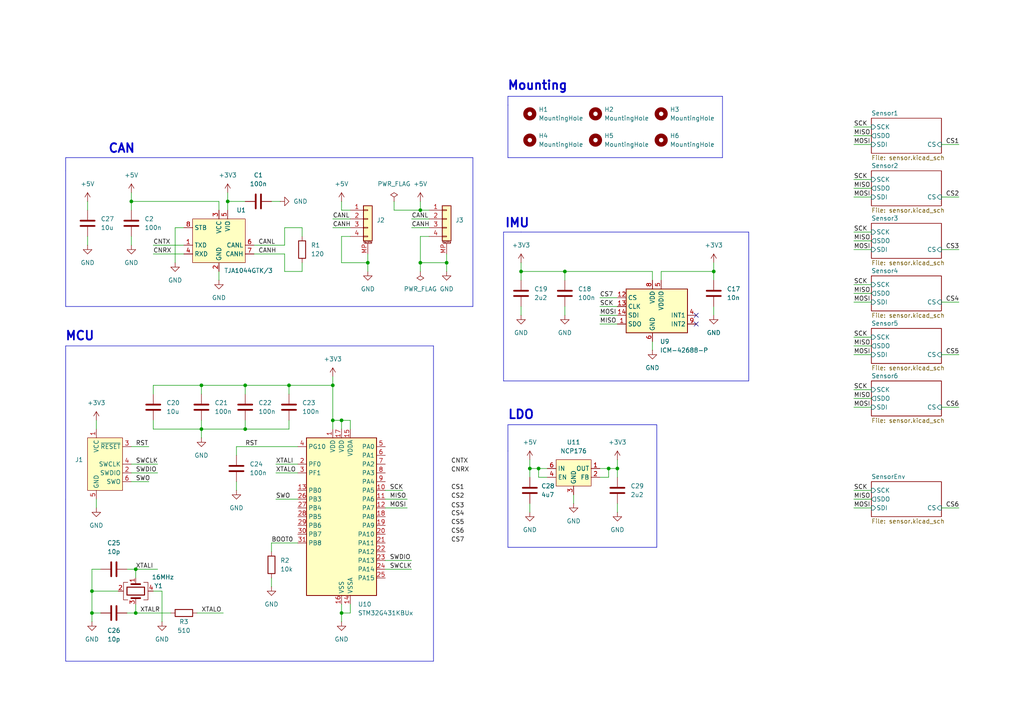
<source format=kicad_sch>
(kicad_sch (version 20231120) (generator "eeschema") (generator_version "8.0")
  (paper "A4")
  (lib_symbols
    (symbol "Connector:Conn_ARM_SWD_TagConnect_TC2030-NL" (in_bom no)
      (property "Reference" "J" (at 2.54 11.43 0))
      (property "Value" "Conn_ARM_SWD_TagConnect_TC2030-NL" (at 2.54 8.89 0))
      (symbol "Conn_ARM_SWD_TagConnect_TC2030-NL_0_0"
        (pin power_in line (at -2.54 10.16 270) (length 2.54) (name "VCC") (number "1"))
        (pin bidirectional line (at 7.62 -2.54 180) (length 2.54) (name "SWDIO") (number "2"))
        (pin open_collector line (at 7.62 5.08 180) (length 2.54) (name "~{RESET}") (number "3"))
        (pin output line (at 7.62 0 180) (length 2.54) (name "SWCLK") (number "4"))
        (pin power_in line (at -2.54 -10.16 90) (length 2.54) (name "GND") (number "5"))
        (pin input line (at 7.62 -5.08 180) (length 2.54) (name "SWO") (number "6"))
      )
      (symbol "Conn_ARM_SWD_TagConnect_TC2030-NL_0_1"
        (rectangle (start -5.08 7.62) (end 5.08 -7.62) (fill (type background)))
      )
    )
    (symbol "Connector_Generic_MountingPin:Conn_01x04_MountingPin" (pin_names (offset 1.016) hide)
      (property "Reference" "J" (at 0 5.08 0))
      (property "Value" "Conn_01x04_MountingPin" (at 1.27 -7.62 0))
      (symbol "Conn_01x04_MountingPin_1_1"
        (rectangle (start -1.27 -4.953) (end 0 -5.207) (stroke (width 0.1524)))
        (rectangle (start -1.27 -2.413) (end 0 -2.667) (stroke (width 0.1524)))
        (rectangle (start -1.27 0.127) (end 0 -0.127) (stroke (width 0.1524)))
        (rectangle (start -1.27 2.667) (end 0 2.413) (stroke (width 0.1524)))
        (rectangle (start -1.27 3.81) (end 1.27 -6.35) (stroke (width 0.254)) (fill (type background)))
        (polyline (pts (xy -1.016 -7.112) (xy 1.016 -7.112)) (stroke (width 0.1524)))
        (text "Mounting" (at 0 -6.731 0) (effects (font (size 0.381 0.381))))
        (pin passive line (at -5.08 2.54 0) (length 3.81) (name "Pin_1") (number "1"))
        (pin passive line (at -5.08 0 0) (length 3.81) (name "Pin_2") (number "2"))
        (pin passive line (at -5.08 -2.54 0) (length 3.81) (name "Pin_3") (number "3"))
        (pin passive line (at -5.08 -5.08 0) (length 3.81) (name "Pin_4") (number "4"))
        (pin passive line (at 0 -10.16 90) (length 3.048) (name "MountPin") (number "MP"))
      )
    )
    (symbol "Device:C" (pin_numbers hide) (pin_names (offset 0.254))
      (property "Reference" "C" (at 0.635 2.54 0))
      (property "Value" "C" (at 0.635 -2.54 0))
      (symbol "C_0_1"
        (polyline (pts (xy -2.032 -0.762) (xy 2.032 -0.762)) (stroke (width 0.508)))
        (polyline (pts (xy -2.032 0.762) (xy 2.032 0.762)) (stroke (width 0.508)))
      )
      (symbol "C_1_1"
        (pin passive line (at 0 3.81 270) (length 2.794) (name "~") (number "1"))
        (pin passive line (at 0 -3.81 90) (length 2.794) (name "~") (number "2"))
      )
    )
    (symbol "Device:Crystal_GND24" (pin_names (offset 1.016) hide)
      (property "Reference" "Y" (at 3.175 5.08 0))
      (property "Value" "Crystal_GND24" (at 3.175 3.175 0))
      (symbol "Crystal_GND24_0_1"
        (rectangle (start -1.143 2.54) (end 1.143 -2.54) (stroke (width 0.3048)))
        (polyline (pts (xy -2.54 0) (xy -2.032 0)))
        (polyline (pts (xy -2.032 -1.27) (xy -2.032 1.27)) (stroke (width 0.508)))
        (polyline (pts (xy 0 -3.81) (xy 0 -3.556)))
        (polyline (pts (xy 0 3.556) (xy 0 3.81)))
        (polyline (pts (xy 2.032 -1.27) (xy 2.032 1.27)) (stroke (width 0.508)))
        (polyline (pts (xy 2.032 0) (xy 2.54 0)))
        (polyline (pts (xy -2.54 -2.286) (xy -2.54 -3.556) (xy 2.54 -3.556) (xy 2.54 -2.286)))
        (polyline (pts (xy -2.54 2.286) (xy -2.54 3.556) (xy 2.54 3.556) (xy 2.54 2.286)))
      )
      (symbol "Crystal_GND24_1_1"
        (pin passive line (at -3.81 0 0) (length 1.27) (name "1") (number "1"))
        (pin passive line (at 0 5.08 270) (length 1.27) (name "2") (number "2"))
        (pin passive line (at 3.81 0 180) (length 1.27) (name "3") (number "3"))
        (pin passive line (at 0 -5.08 90) (length 1.27) (name "4") (number "4"))
      )
    )
    (symbol "Device:R" (pin_numbers hide) (pin_names (offset 0))
      (property "Reference" "R" (at 2.032 0 90))
      (property "Value" "R" (at 0 0 90))
      (symbol "R_0_1"
        (rectangle (start -1.016 -2.54) (end 1.016 2.54) (stroke (width 0.254)))
      )
      (symbol "R_1_1"
        (pin passive line (at 0 3.81 270) (length 1.27) (name "~") (number "1"))
        (pin passive line (at 0 -3.81 90) (length 1.27) (name "~") (number "2"))
      )
    )
    (symbol "GND_1" (power) (pin_numbers hide) (pin_names (offset 0) hide)
      (property "Value" "GND" (at 0 -3.81 0))
      (symbol "GND_1_0_1"
        (polyline (pts (xy 0 0) (xy 0 -1.27) (xy 1.27 -1.27) (xy 0 -2.54) (xy -1.27 -1.27) (xy 0 -1.27)))
      )
      (symbol "GND_1_1_1"
        (pin power_in line (at 0 0 270) (length 0) (name "~") (number "1"))
      )
    )
    (symbol "GND_14" (power) (pin_numbers hide) (pin_names (offset 0) hide)
      (property "Value" "GND" (at 0 -3.81 0))
      (symbol "GND_14_0_1"
        (polyline (pts (xy 0 0) (xy 0 -1.27) (xy 1.27 -1.27) (xy 0 -2.54) (xy -1.27 -1.27) (xy 0 -1.27)))
      )
      (symbol "GND_14_1_1"
        (pin power_in line (at 0 0 270) (length 0) (name "~") (number "1"))
      )
    )
    (symbol "GND_2" (power) (pin_numbers hide) (pin_names (offset 0) hide)
      (property "Value" "GND" (at 0 -3.81 0))
      (symbol "GND_2_0_1"
        (polyline (pts (xy 0 0) (xy 0 -1.27) (xy 1.27 -1.27) (xy 0 -2.54) (xy -1.27 -1.27) (xy 0 -1.27)))
      )
      (symbol "GND_2_1_1"
        (pin power_in line (at 0 0 270) (length 0) (name "~") (number "1"))
      )
    )
    (symbol "GND_3" (power) (pin_numbers hide) (pin_names (offset 0) hide)
      (property "Value" "GND" (at 0 -3.81 0))
      (symbol "GND_3_0_1"
        (polyline (pts (xy 0 0) (xy 0 -1.27) (xy 1.27 -1.27) (xy 0 -2.54) (xy -1.27 -1.27) (xy 0 -1.27)))
      )
      (symbol "GND_3_1_1"
        (pin power_in line (at 0 0 270) (length 0) (name "~") (number "1"))
      )
    )
    (symbol "GND_4" (power) (pin_numbers hide) (pin_names (offset 0) hide)
      (property "Value" "GND" (at 0 -3.81 0))
      (symbol "GND_4_0_1"
        (polyline (pts (xy 0 0) (xy 0 -1.27) (xy 1.27 -1.27) (xy 0 -2.54) (xy -1.27 -1.27) (xy 0 -1.27)))
      )
      (symbol "GND_4_1_1"
        (pin power_in line (at 0 0 270) (length 0) (name "~") (number "1"))
      )
    )
    (symbol "MCU_ST_STM32G4:STM32G431KBUx"
      (property "Reference" "U" (at -10.16 24.13 0))
      (property "Value" "STM32G431KBUx" (at 5.08 24.13 0))
      (symbol "STM32G431KBUx_0_1"
        (rectangle (start -10.16 -22.86) (end 10.16 22.86) (stroke (width 0.254)) (fill (type background)))
      )
      (symbol "STM32G431KBUx_1_1"
        (pin power_in line (at -2.54 25.4 270) (length 2.54) (name "VDD") (number "1"))
        (pin bidirectional line (at 12.7 7.62 180) (length 2.54) (name "PA5") (number "10"))
        (pin bidirectional line (at 12.7 5.08 180) (length 2.54) (name "PA6") (number "11"))
        (pin bidirectional line (at 12.7 2.54 180) (length 2.54) (name "PA7") (number "12"))
        (pin bidirectional line (at -12.7 7.62 0) (length 2.54) (name "PB0") (number "13"))
        (pin power_in line (at 2.54 -25.4 90) (length 2.54) (name "VSSA") (number "14"))
        (pin power_in line (at 2.54 25.4 270) (length 2.54) (name "VDDA") (number "15"))
        (pin power_in line (at 0 -25.4 90) (length 2.54) (name "VSS") (number "16"))
        (pin power_in line (at 0 25.4 270) (length 2.54) (name "VDD") (number "17"))
        (pin bidirectional line (at 12.7 0 180) (length 2.54) (name "PA8") (number "18"))
        (pin bidirectional line (at 12.7 -2.54 180) (length 2.54) (name "PA9") (number "19"))
        (pin bidirectional line (at -12.7 15.24 0) (length 2.54) (name "PF0") (number "2"))
        (pin bidirectional line (at 12.7 -5.08 180) (length 2.54) (name "PA10") (number "20"))
        (pin bidirectional line (at 12.7 -7.62 180) (length 2.54) (name "PA11") (number "21"))
        (pin bidirectional line (at 12.7 -10.16 180) (length 2.54) (name "PA12") (number "22"))
        (pin bidirectional line (at 12.7 -12.7 180) (length 2.54) (name "PA13") (number "23"))
        (pin bidirectional line (at 12.7 -15.24 180) (length 2.54) (name "PA14") (number "24"))
        (pin bidirectional line (at 12.7 -17.78 180) (length 2.54) (name "PA15") (number "25"))
        (pin bidirectional line (at -12.7 5.08 0) (length 2.54) (name "PB3") (number "26"))
        (pin bidirectional line (at -12.7 2.54 0) (length 2.54) (name "PB4") (number "27"))
        (pin bidirectional line (at -12.7 0 0) (length 2.54) (name "PB5") (number "28"))
        (pin bidirectional line (at -12.7 -2.54 0) (length 2.54) (name "PB6") (number "29"))
        (pin bidirectional line (at -12.7 12.7 0) (length 2.54) (name "PF1") (number "3"))
        (pin bidirectional line (at -12.7 -5.08 0) (length 2.54) (name "PB7") (number "30"))
        (pin bidirectional line (at -12.7 -7.62 0) (length 2.54) (name "PB8") (number "31"))
        (pin passive line (at 0 -25.4 90) (length 2.54) hide (name "VSS") (number "32"))
        (pin passive line (at 0 -25.4 90) (length 2.54) hide (name "VSS") (number "33"))
        (pin bidirectional line (at -12.7 20.32 0) (length 2.54) (name "PG10") (number "4"))
        (pin bidirectional line (at 12.7 20.32 180) (length 2.54) (name "PA0") (number "5"))
        (pin bidirectional line (at 12.7 17.78 180) (length 2.54) (name "PA1") (number "6"))
        (pin bidirectional line (at 12.7 15.24 180) (length 2.54) (name "PA2") (number "7"))
        (pin bidirectional line (at 12.7 12.7 180) (length 2.54) (name "PA3") (number "8"))
        (pin bidirectional line (at 12.7 10.16 180) (length 2.54) (name "PA4") (number "9"))
      )
    )
    (symbol "Mechanical:MountingHole" (pin_names (offset 1.016)) (exclude_from_sim yes) (in_bom no)
      (property "Reference" "H" (at 0 5.08 0))
      (property "Value" "MountingHole" (at 0 3.175 0))
      (symbol "MountingHole_0_1"
        (circle (center 0 0) (radius 1.27) (stroke (width 1.27)))
      )
    )
    (symbol "User_Symbols:ICM-42688-P"
      (property "Reference" "U" (at 1.27 1.27 0))
      (property "Value" "ICM-42688-P" (at 19.05 1.27 0))
      (symbol "ICM-42688-P_0_1"
        (rectangle (start 0 0) (end 17.78 -12.7) (stroke (width 0.254)) (fill (type background)))
      )
      (symbol "ICM-42688-P_1_1"
        (pin output line (at -2.54 -10.16 0) (length 2.54) (name "SDO") (number "1"))
        (pin no_connect line (at 20.32 -3.81 180) (length 2.54) hide (name "RESV") (number "10"))
        (pin passive line (at 7.62 -15.24 90) (length 2.54) hide (name "RESV") (number "11"))
        (pin input line (at -2.54 -2.54 0) (length 2.54) (name "CS") (number "12"))
        (pin input line (at -2.54 -5.08 0) (length 2.54) (name "CLK") (number "13"))
        (pin input line (at -2.54 -7.62 0) (length 2.54) (name "SDI") (number "14"))
        (pin no_connect line (at 20.32 -1.27 180) (length 2.54) hide (name "RESV") (number "2"))
        (pin no_connect line (at 20.32 -2.54 180) (length 2.54) hide (name "RESV") (number "3"))
        (pin output line (at 20.32 -7.62 180) (length 2.54) (name "INT1") (number "4"))
        (pin power_in line (at 10.16 2.54 270) (length 2.54) (name "VDDIO") (number "5"))
        (pin power_in line (at 7.62 -15.24 90) (length 2.54) (name "GND") (number "6"))
        (pin passive line (at 7.62 -15.24 90) (length 2.54) hide (name "RESV") (number "7"))
        (pin power_in line (at 7.62 2.54 270) (length 2.54) (name "VDD") (number "8"))
        (pin output line (at 20.32 -10.16 180) (length 2.54) (name "INT2") (number "9"))
      )
    )
    (symbol "User_Symbols:NCP176"
      (property "Reference" "U" (at -4.572 4.064 0))
      (property "Value" "NCP176" (at 1.778 4.064 0))
      (symbol "NCP176_1_1"
        (rectangle (start -5.08 2.54) (end 5.08 -5.08) (fill (type background)))
        (pin power_out line (at 7.62 0 180) (length 2.54) (name "OUT") (number "1"))
        (pin input line (at 7.62 -2.54 180) (length 2.54) (name "FB") (number "2"))
        (pin power_in line (at 0 -7.62 90) (length 2.54) (name "GND") (number "3"))
        (pin input line (at -7.62 -2.54 0) (length 2.54) (name "EN") (number "4"))
        (pin no_connect line (at 0 5.08 270) (length 2.54) hide (name "NC") (number "5"))
        (pin power_in line (at -7.62 0 0) (length 2.54) (name "IN") (number "6"))
        (pin passive line (at 0 -7.62 90) (length 2.54) hide (name "EPAD") (number "7"))
      )
    )
    (symbol "User_Symbols:TJA1044GTK/3"
      (property "Reference" "U" (at 13.462 2.286 0))
      (property "Value" "TJA1044GTK/3" (at -2.54 2.286 0))
      (symbol "TJA1044GTK/3_1_1"
        (rectangle (start 0 0) (end 15.24 -12.7) (fill (type background)))
        (pin input line (at -2.54 -7.62 0) (length 2.54) (name "TXD") (number "1"))
        (pin power_in line (at 7.62 -15.24 90) (length 2.54) (name "GND") (number "2"))
        (pin power_in line (at 7.62 2.54 270) (length 2.54) (name "VCC") (number "3"))
        (pin output line (at -2.54 -10.16 0) (length 2.54) (name "RXD") (number "4"))
        (pin power_in line (at 10.16 2.54 270) (length 2.54) (name "VIO") (number "5"))
        (pin bidirectional line (at 17.78 -7.62 180) (length 2.54) (name "CANL") (number "6"))
        (pin bidirectional line (at 17.78 -10.16 180) (length 2.54) (name "CANH") (number "7"))
        (pin input line (at -2.54 -2.54 0) (length 2.54) (name "STB") (number "8"))
        (pin passive line (at 7.62 -15.24 90) (length 2.54) hide (name "EPAD") (number "9"))
      )
    )
    (symbol "VBUS_3" (power) (pin_numbers hide) (pin_names (offset 0) hide)
      (property "Value" "VBUS" (at 0 3.556 0))
      (symbol "VBUS_3_0_1"
        (polyline (pts (xy -0.762 1.27) (xy 0 2.54)))
        (polyline (pts (xy 0 0) (xy 0 2.54)))
        (polyline (pts (xy 0 2.54) (xy 0.762 1.27)))
      )
      (symbol "VBUS_3_1_1"
        (pin power_in line (at 0 0 90) (length 0) (name "~") (number "1"))
      )
    )
    (symbol "power:+3V3" (power) (pin_numbers hide) (pin_names (offset 0) hide)
      (property "Value" "+3V3" (at 0 3.556 0))
      (symbol "+3V3_0_1"
        (polyline (pts (xy -0.762 1.27) (xy 0 2.54)))
        (polyline (pts (xy 0 0) (xy 0 2.54)))
        (polyline (pts (xy 0 2.54) (xy 0.762 1.27)))
      )
      (symbol "+3V3_1_1"
        (pin power_in line (at 0 0 90) (length 0) (name "~") (number "1"))
      )
    )
    (symbol "power:+5V" (power) (pin_numbers hide) (pin_names (offset 0) hide)
      (property "Value" "+5V" (at 0 3.556 0))
      (symbol "+5V_0_1"
        (polyline (pts (xy -0.762 1.27) (xy 0 2.54)))
        (polyline (pts (xy 0 0) (xy 0 2.54)))
        (polyline (pts (xy 0 2.54) (xy 0.762 1.27)))
      )
      (symbol "+5V_1_1"
        (pin power_in line (at 0 0 90) (length 0) (name "~") (number "1"))
      )
    )
    (symbol "power:GND" (power) (pin_numbers hide) (pin_names (offset 0) hide)
      (property "Value" "GND" (at 0 -3.81 0))
      (symbol "GND_0_1"
        (polyline (pts (xy 0 0) (xy 0 -1.27) (xy 1.27 -1.27) (xy 0 -2.54) (xy -1.27 -1.27) (xy 0 -1.27)))
      )
      (symbol "GND_1_1"
        (pin power_in line (at 0 0 270) (length 0) (name "~") (number "1"))
      )
    )
    (symbol "power:PWR_FLAG" (power) (pin_numbers hide) (pin_names (offset 0) hide)
      (property "Value" "PWR_FLAG" (at 0 3.81 0))
      (symbol "PWR_FLAG_0_0"
        (pin power_out line (at 0 0 90) (length 0) (name "~") (number "1"))
      )
      (symbol "PWR_FLAG_0_1"
        (polyline (pts (xy 0 0) (xy 0 1.27) (xy -1.016 1.905) (xy 0 2.54) (xy 1.016 1.905) (xy 0 1.27)))
      )
    )
  )
  (junction (at 39.37 165.1))
  (junction (at 58.42 111.76))
  (junction (at 156.21 135.89))
  (junction (at 39.37 177.8))
  (junction (at 71.12 111.76))
  (junction (at 83.82 111.76))
  (junction (at 99.06 121.92))
  (junction (at 26.67 171.45))
  (junction (at 179.07 135.89))
  (junction (at 121.92 60.96))
  (junction (at 38.1 58.42))
  (junction (at 163.83 78.74))
  (junction (at 153.67 135.89))
  (junction (at 207.01 78.74))
  (junction (at 71.12 124.46))
  (junction (at 151.13 78.74))
  (junction (at 26.67 177.8))
  (junction (at 96.52 111.76))
  (junction (at 58.42 124.46))
  (junction (at 106.68 76.2))
  (junction (at 176.53 135.89))
  (junction (at 66.04 58.42))
  (junction (at 96.52 121.92))
  (junction (at 99.06 177.8))
  (junction (at 121.92 76.2))
  (junction (at 129.54 76.2))
  (no_connect (at 201.93 91.44))
  (no_connect (at 201.93 93.98))
  (polyline (pts (xy 190.5 123.19) (xy 147.32 123.19)))
  (wire (pts (xy 58.42 124.46) (xy 58.42 127)))
  (wire (pts (xy 99.06 58.42) (xy 99.06 60.96)))
  (polyline (pts (xy 146.05 67.31) (xy 151.13 67.31)))
  (wire (pts (xy 99.06 121.92) (xy 101.6 121.92)))
  (wire (pts (xy 39.37 177.8) (xy 49.53 177.8)))
  (wire (pts (xy 96.52 109.22) (xy 96.52 111.76)))
  (wire (pts (xy 80.01 144.78) (xy 86.36 144.78)))
  (wire (pts (xy 121.92 78.74) (xy 121.92 76.2)))
  (polyline (pts (xy 209.55 45.72) (xy 209.55 27.94)))
  (wire (pts (xy 173.99 88.9) (xy 179.07 88.9)))
  (wire (pts (xy 87.63 66.04) (xy 87.63 68.58)))
  (wire (pts (xy 50.8 66.04) (xy 53.34 66.04)))
  (wire (pts (xy 101.6 177.8) (xy 101.6 175.26)))
  (polyline (pts (xy 217.17 110.49) (xy 146.05 110.49)))
  (wire (pts (xy 25.4 58.42) (xy 25.4 60.96)))
  (wire (pts (xy 83.82 111.76) (xy 83.82 114.3)))
  (wire (pts (xy 156.21 138.43) (xy 156.21 135.89)))
  (wire (pts (xy 176.53 138.43) (xy 176.53 135.89)))
  (wire (pts (xy 247.65 39.37) (xy 252.73 39.37)))
  (wire (pts (xy 247.65 72.39) (xy 252.73 72.39)))
  (wire (pts (xy 39.37 175.26) (xy 39.37 177.8)))
  (wire (pts (xy 73.66 71.12) (xy 82.55 71.12)))
  (polyline (pts (xy 19.05 191.77) (xy 125.73 191.77)))
  (wire (pts (xy 57.15 177.8) (xy 64.77 177.8)))
  (wire (pts (xy 83.82 111.76) (xy 96.52 111.76)))
  (wire (pts (xy 87.63 76.2) (xy 87.63 78.74)))
  (wire (pts (xy 101.6 63.5) (xy 96.52 63.5)))
  (wire (pts (xy 156.21 135.89) (xy 153.67 135.89)))
  (wire (pts (xy 99.06 177.8) (xy 101.6 177.8)))
  (wire (pts (xy 247.65 87.63) (xy 252.73 87.63)))
  (wire (pts (xy 99.06 175.26) (xy 99.06 177.8)))
  (polyline (pts (xy 19.05 144.78) (xy 19.05 191.77)))
  (wire (pts (xy 38.1 55.88) (xy 38.1 58.42)))
  (wire (pts (xy 44.45 124.46) (xy 58.42 124.46)))
  (wire (pts (xy 106.68 73.66) (xy 106.68 76.2)))
  (wire (pts (xy 44.45 111.76) (xy 58.42 111.76)))
  (polyline (pts (xy 137.16 45.72) (xy 19.05 45.72)))
  (wire (pts (xy 207.01 81.28) (xy 207.01 78.74)))
  (wire (pts (xy 247.65 100.33) (xy 252.73 100.33)))
  (wire (pts (xy 124.46 63.5) (xy 119.38 63.5)))
  (wire (pts (xy 111.76 162.56) (xy 119.38 162.56)))
  (wire (pts (xy 151.13 76.2) (xy 151.13 78.74)))
  (wire (pts (xy 96.52 111.76) (xy 96.52 121.92)))
  (wire (pts (xy 38.1 129.54) (xy 43.18 129.54)))
  (wire (pts (xy 39.37 165.1) (xy 45.72 165.1)))
  (wire (pts (xy 78.74 157.48) (xy 86.36 157.48)))
  (wire (pts (xy 114.3 60.96) (xy 121.92 60.96)))
  (wire (pts (xy 111.76 142.24) (xy 116.84 142.24)))
  (wire (pts (xy 273.05 57.15) (xy 278.13 57.15)))
  (wire (pts (xy 111.76 144.78) (xy 118.11 144.78)))
  (wire (pts (xy 99.06 76.2) (xy 99.06 68.58)))
  (wire (pts (xy 129.54 76.2) (xy 129.54 78.74)))
  (wire (pts (xy 73.66 73.66) (xy 82.55 73.66)))
  (wire (pts (xy 273.05 102.87) (xy 278.13 102.87)))
  (wire (pts (xy 111.76 165.1) (xy 119.38 165.1)))
  (wire (pts (xy 38.1 137.16) (xy 45.72 137.16)))
  (polyline (pts (xy 125.73 191.77) (xy 125.73 100.33)))
  (wire (pts (xy 247.65 54.61) (xy 252.73 54.61)))
  (wire (pts (xy 66.04 55.88) (xy 66.04 58.42)))
  (wire (pts (xy 58.42 111.76) (xy 71.12 111.76)))
  (wire (pts (xy 99.06 121.92) (xy 99.06 124.46)))
  (wire (pts (xy 163.83 78.74) (xy 189.23 78.74)))
  (wire (pts (xy 173.99 138.43) (xy 176.53 138.43)))
  (wire (pts (xy 153.67 135.89) (xy 153.67 138.43)))
  (wire (pts (xy 46.99 171.45) (xy 44.45 171.45)))
  (wire (pts (xy 151.13 78.74) (xy 151.13 81.28)))
  (wire (pts (xy 153.67 146.05) (xy 153.67 148.59)))
  (wire (pts (xy 247.65 102.87) (xy 252.73 102.87)))
  (wire (pts (xy 26.67 171.45) (xy 34.29 171.45)))
  (wire (pts (xy 39.37 167.64) (xy 39.37 165.1)))
  (wire (pts (xy 26.67 177.8) (xy 29.21 177.8)))
  (wire (pts (xy 207.01 78.74) (xy 191.77 78.74)))
  (wire (pts (xy 207.01 76.2) (xy 207.01 78.74)))
  (wire (pts (xy 207.01 88.9) (xy 207.01 91.44)))
  (wire (pts (xy 247.65 144.78) (xy 252.73 144.78)))
  (wire (pts (xy 121.92 76.2) (xy 121.92 68.58)))
  (wire (pts (xy 27.94 121.92) (xy 27.94 124.46)))
  (wire (pts (xy 153.67 133.35) (xy 153.67 135.89)))
  (wire (pts (xy 46.99 171.45) (xy 46.99 180.34)))
  (wire (pts (xy 166.37 143.51) (xy 166.37 146.05)))
  (wire (pts (xy 247.65 57.15) (xy 252.73 57.15)))
  (polyline (pts (xy 125.73 100.33) (xy 19.05 100.33)))
  (wire (pts (xy 71.12 111.76) (xy 71.12 114.3)))
  (wire (pts (xy 99.06 60.96) (xy 101.6 60.96)))
  (polyline (pts (xy 209.55 27.94) (xy 147.32 27.94)))
  (wire (pts (xy 151.13 78.74) (xy 163.83 78.74)))
  (wire (pts (xy 80.01 134.62) (xy 86.36 134.62)))
  (wire (pts (xy 179.07 133.35) (xy 179.07 135.89)))
  (wire (pts (xy 66.04 58.42) (xy 66.04 60.96)))
  (polyline (pts (xy 19.05 49.53) (xy 19.05 88.9)))
  (wire (pts (xy 247.65 97.79) (xy 252.73 97.79)))
  (polyline (pts (xy 147.32 30.48) (xy 147.32 45.72)))
  (wire (pts (xy 247.65 36.83) (xy 252.73 36.83)))
  (wire (pts (xy 114.3 58.42) (xy 114.3 60.96)))
  (wire (pts (xy 71.12 111.76) (xy 83.82 111.76)))
  (wire (pts (xy 27.94 144.78) (xy 27.94 147.32)))
  (wire (pts (xy 189.23 99.06) (xy 189.23 101.6)))
  (wire (pts (xy 179.07 135.89) (xy 176.53 135.89)))
  (wire (pts (xy 44.45 114.3) (xy 44.45 111.76)))
  (wire (pts (xy 78.74 58.42) (xy 81.28 58.42)))
  (polyline (pts (xy 137.16 88.9) (xy 137.16 45.72)))
  (wire (pts (xy 158.75 138.43) (xy 156.21 138.43)))
  (wire (pts (xy 44.45 71.12) (xy 53.34 71.12)))
  (wire (pts (xy 80.01 137.16) (xy 86.36 137.16)))
  (wire (pts (xy 25.4 68.58) (xy 25.4 71.12)))
  (wire (pts (xy 38.1 58.42) (xy 63.5 58.42)))
  (wire (pts (xy 96.52 121.92) (xy 96.52 124.46)))
  (wire (pts (xy 129.54 76.2) (xy 121.92 76.2)))
  (wire (pts (xy 26.67 165.1) (xy 29.21 165.1)))
  (wire (pts (xy 273.05 72.39) (xy 278.13 72.39)))
  (wire (pts (xy 78.74 157.48) (xy 78.74 160.02)))
  (wire (pts (xy 247.65 82.55) (xy 252.73 82.55)))
  (wire (pts (xy 44.45 73.66) (xy 53.34 73.66)))
  (wire (pts (xy 96.52 121.92) (xy 99.06 121.92)))
  (wire (pts (xy 247.65 142.24) (xy 252.73 142.24)))
  (wire (pts (xy 273.05 87.63) (xy 278.13 87.63)))
  (wire (pts (xy 38.1 60.96) (xy 38.1 58.42)))
  (polyline (pts (xy 147.32 45.72) (xy 209.55 45.72)))
  (wire (pts (xy 38.1 68.58) (xy 38.1 71.12)))
  (polyline (pts (xy 146.05 110.49) (xy 146.05 67.31)))
  (wire (pts (xy 101.6 121.92) (xy 101.6 124.46)))
  (wire (pts (xy 58.42 111.76) (xy 58.42 114.3)))
  (wire (pts (xy 83.82 124.46) (xy 83.82 121.92)))
  (polyline (pts (xy 147.32 130.81) (xy 147.32 158.75)))
  (wire (pts (xy 173.99 91.44) (xy 179.07 91.44)))
  (wire (pts (xy 121.92 58.42) (xy 121.92 60.96)))
  (wire (pts (xy 173.99 86.36) (xy 179.07 86.36)))
  (wire (pts (xy 273.05 118.11) (xy 278.13 118.11)))
  (polyline (pts (xy 19.05 88.9) (xy 137.16 88.9)))
  (wire (pts (xy 247.65 69.85) (xy 252.73 69.85)))
  (wire (pts (xy 78.74 167.64) (xy 78.74 170.18)))
  (wire (pts (xy 68.58 139.7) (xy 68.58 142.24)))
  (wire (pts (xy 26.67 171.45) (xy 26.67 165.1)))
  (polyline (pts (xy 19.05 100.33) (xy 19.05 144.78)))
  (wire (pts (xy 68.58 132.08) (xy 68.58 129.54)))
  (wire (pts (xy 179.07 146.05) (xy 179.07 148.59)))
  (wire (pts (xy 99.06 177.8) (xy 99.06 180.34)))
  (wire (pts (xy 111.76 147.32) (xy 118.11 147.32)))
  (wire (pts (xy 163.83 88.9) (xy 163.83 91.44)))
  (wire (pts (xy 247.65 41.91) (xy 252.73 41.91)))
  (wire (pts (xy 119.38 66.04) (xy 124.46 66.04)))
  (wire (pts (xy 121.92 68.58) (xy 124.46 68.58)))
  (wire (pts (xy 87.63 78.74) (xy 82.55 78.74)))
  (wire (pts (xy 82.55 66.04) (xy 87.63 66.04)))
  (wire (pts (xy 129.54 73.66) (xy 129.54 76.2)))
  (wire (pts (xy 38.1 134.62) (xy 45.72 134.62)))
  (wire (pts (xy 247.65 85.09) (xy 252.73 85.09)))
  (polyline (pts (xy 147.32 27.94) (xy 147.32 30.48)))
  (wire (pts (xy 247.65 147.32) (xy 252.73 147.32)))
  (wire (pts (xy 71.12 124.46) (xy 83.82 124.46)))
  (wire (pts (xy 106.68 76.2) (xy 99.06 76.2)))
  (wire (pts (xy 247.65 67.31) (xy 252.73 67.31)))
  (polyline (pts (xy 151.13 67.31) (xy 217.17 67.31)))
  (wire (pts (xy 71.12 124.46) (xy 71.12 121.92)))
  (wire (pts (xy 189.23 78.74) (xy 189.23 81.28)))
  (wire (pts (xy 26.67 180.34) (xy 26.67 177.8)))
  (wire (pts (xy 58.42 121.92) (xy 58.42 124.46)))
  (wire (pts (xy 247.65 113.03) (xy 252.73 113.03)))
  (polyline (pts (xy 147.32 158.75) (xy 190.5 158.75)))
  (polyline (pts (xy 217.17 67.31) (xy 217.17 110.49)))
  (wire (pts (xy 99.06 68.58) (xy 101.6 68.58)))
  (wire (pts (xy 121.92 60.96) (xy 124.46 60.96)))
  (wire (pts (xy 163.83 78.74) (xy 163.83 81.28)))
  (wire (pts (xy 273.05 41.91) (xy 278.13 41.91)))
  (wire (pts (xy 68.58 129.54) (xy 86.36 129.54)))
  (wire (pts (xy 96.52 66.04) (xy 101.6 66.04)))
  (wire (pts (xy 66.04 58.42) (xy 71.12 58.42)))
  (wire (pts (xy 39.37 165.1) (xy 36.83 165.1)))
  (wire (pts (xy 191.77 78.74) (xy 191.77 81.28)))
  (wire (pts (xy 58.42 124.46) (xy 71.12 124.46)))
  (wire (pts (xy 39.37 177.8) (xy 36.83 177.8)))
  (wire (pts (xy 38.1 139.7) (xy 43.18 139.7)))
  (wire (pts (xy 247.65 115.57) (xy 252.73 115.57)))
  (wire (pts (xy 179.07 138.43) (xy 179.07 135.89)))
  (wire (pts (xy 247.65 52.07) (xy 252.73 52.07)))
  (polyline (pts (xy 147.32 123.19) (xy 147.32 130.81)))
  (wire (pts (xy 176.53 135.89) (xy 173.99 135.89)))
  (wire (pts (xy 63.5 78.74) (xy 63.5 81.28)))
  (wire (pts (xy 63.5 58.42) (xy 63.5 60.96)))
  (wire (pts (xy 44.45 121.92) (xy 44.45 124.46)))
  (wire (pts (xy 50.8 76.2) (xy 50.8 66.04)))
  (wire (pts (xy 273.05 147.32) (xy 278.13 147.32)))
  (wire (pts (xy 82.55 71.12) (xy 82.55 66.04)))
  (wire (pts (xy 247.65 118.11) (xy 252.73 118.11)))
  (polyline (pts (xy 19.05 45.72) (xy 19.05 49.53)))
  (wire (pts (xy 156.21 135.89) (xy 158.75 135.89)))
  (wire (pts (xy 173.99 93.98) (xy 179.07 93.98)))
  (wire (pts (xy 26.67 177.8) (xy 26.67 171.45)))
  (wire (pts (xy 151.13 88.9) (xy 151.13 91.44)))
  (polyline (pts (xy 190.5 158.75) (xy 190.5 123.19)))
  (wire (pts (xy 106.68 76.2) (xy 106.68 78.74)))
  (wire (pts (xy 82.55 78.74) (xy 82.55 73.66)))
  (text "Mounting" (at 147.066 26.416 0) (effects (font (size 2.54 2.54) (thickness 0.508) (bold yes)) (justify left bottom)))
  (text "LDO" (at 151.13 120.396 0) (effects (font (size 2.54 2.54) (thickness 0.508) (bold yes))))
  (text "MCU" (at 18.796 99.06 0) (effects (font (size 2.54 2.54) (thickness 0.508) (bold yes)) (justify left bottom)))
  (text "CAN" (at 35.306 43.18 0) (effects (font (size 2.54 2.54) (thickness 0.508) (bold yes))))
  (text "IMU" (at 146.304 66.294 0) (effects (font (size 2.54 2.54) (thickness 0.508) (bold yes)) (justify left bottom)))
  (label "MISO" (at 247.65 54.61 0))
  (label "RST" (at 39.37 129.54 0))
  (label "SCK" (at 173.99 88.9 0))
  (label "CS6" (at 130.81 154.94 0))
  (label "CANL" (at 119.38 63.5 0))
  (label "SWDIO" (at 113.03 162.56 0))
  (label "MOSI" (at 247.65 87.63 0))
  (label "XTALI" (at 80.01 134.62 0))
  (label "MISO" (at 247.65 144.78 0))
  (label "CANL" (at 96.52 63.5 0))
  (label "XTALR" (at 40.64 177.8 0))
  (label "MISO" (at 247.65 115.57 0))
  (label "MOSI" (at 247.65 102.87 0))
  (label "SCK" (at 247.65 36.83 0))
  (label "SCK" (at 247.65 82.55 0))
  (label "CNTX" (at 44.45 71.12 0))
  (label "CANH" (at 119.38 66.04 0))
  (label "MISO" (at 247.65 39.37 0))
  (label "CS2" (at 274.32 57.15 0))
  (label "CANH" (at 74.93 73.66 0))
  (label "MISO" (at 173.99 93.98 0))
  (label "SWO" (at 39.37 139.7 0))
  (label "XTALO" (at 80.01 137.16 0))
  (label "SWCLK" (at 39.37 134.62 0))
  (label "SWO" (at 80.01 144.78 0))
  (label "CNTX" (at 130.81 134.62 0))
  (label "SCK" (at 247.65 97.79 0))
  (label "MISO" (at 113.03 144.78 0))
  (label "SCK" (at 247.65 52.07 0))
  (label "CNRX" (at 130.81 137.16 0))
  (label "MOSI" (at 247.65 118.11 0))
  (label "CS5" (at 130.81 152.4 0))
  (label "CS6" (at 274.32 118.11 0))
  (label "SCK" (at 247.65 113.03 0))
  (label "MOSI" (at 247.65 41.91 0))
  (label "CS1" (at 274.32 41.91 0))
  (label "SWCLK" (at 113.03 165.1 0))
  (label "CS5" (at 274.32 102.87 0))
  (label "CS3" (at 130.7987 147.5621 0))
  (label "CANL" (at 74.93 71.12 0))
  (label "CS7" (at 173.99 86.36 0))
  (label "MOSI" (at 247.65 147.32 0))
  (label "SWDIO" (at 39.37 137.16 0))
  (label "CS3" (at 274.32 72.39 0))
  (label "CS4" (at 274.32 87.63 0))
  (label "XTALI" (at 39.37 165.1 0))
  (label "MISO" (at 247.65 69.85 0))
  (label "CANH" (at 96.52 66.04 0))
  (label "MOSI" (at 247.65 72.39 0))
  (label "CS2" (at 130.81 144.78 0))
  (label "BOOT0" (at 78.74 157.48 0))
  (label "XTALO" (at 58.42 177.8 0))
  (label "CNRX" (at 44.45 73.66 0))
  (label "MISO" (at 247.65 85.09 0))
  (label "SCK" (at 247.65 142.24 0))
  (label "MISO" (at 247.65 100.33 0))
  (label "CS6" (at 274.32 147.32 0))
  (label "RST" (at 71.12 129.54 0))
  (label "CS4" (at 130.81 149.86 0))
  (label "MOSI" (at 173.99 91.44 0))
  (label "SCK" (at 113.03 142.24 0))
  (label "CS7" (at 130.81 157.48 0))
  (label "MOSI" (at 113.03 147.32 0))
  (label "MOSI" (at 247.65 57.15 0))
  (label "SCK" (at 247.65 67.31 0))
  (label "CS1" (at 130.81 142.24 0))
  (symbol (lib_id "Mechanical:MountingHole") (at 153.67 33.02 0) (unit 1) (exclude_from_sim yes) (in_bom no)
    (property "Reference" "H1" (at 156.21 31.7499 0) (effects (justify left)))
    (property "Value" "MountingHole" (at 156.21 34.2899 0) (effects (justify left)))
    (property "Footprint" "MountingHole:MountingHole_3.2mm_M3" (effects (hide yes)))
    (property "Description" "Mounting Hole without connection" (effects (hide yes)))
  )
  (symbol (lib_id "power:PWR_FLAG") (at 121.92 78.74 180) (unit 1)
    (property "Reference" "#FLG02" (effects (hide yes)))
    (property "Value" "PWR_FLAG" (at 121.92 83.82 0))
    (property "Description" "Special symbol for telling ERC where power comes from" (effects (hide yes)))
  )
  (symbol (lib_id "Device:C") (at 153.67 142.24 0) (unit 1)
    (property "Reference" "C28" (at 156.972 140.97 0) (effects (justify left)))
    (property "Value" "4u7" (at 156.972 143.51 0) (effects (justify left)))
    (property "Footprint" "Capacitor_SMD:C_0603_1608Metric" (effects (hide yes)))
    (property "Description" "Unpolarized capacitor" (effects (hide yes)))
    (property "LCSC" "C23733" (effects (hide yes)))
  )
  (symbol (lib_id "Device:C") (at 207.01 85.09 0) (unit 1)
    (property "Reference" "C17" (at 210.82 83.8199 0) (effects (justify left)))
    (property "Value" "10n" (at 210.82 86.3599 0) (effects (justify left)))
    (property "Footprint" "Capacitor_SMD:C_0402_1005Metric" (effects (hide yes)))
    (property "Description" "Unpolarized capacitor" (effects (hide yes)))
  )
  (symbol (lib_id "Device:C") (at 25.4 64.77 0) (unit 1)
    (property "Reference" "C27" (at 29.21 63.4999 0) (effects (justify left)))
    (property "Value" "10u" (at 29.21 66.0399 0) (effects (justify left)))
    (property "Footprint" "Capacitor_SMD:C_0603_1608Metric" (effects (hide yes)))
    (property "Description" "Unpolarized capacitor" (effects (hide yes)))
    (property "LCSC" "C19702" (effects (hide yes)))
  )
  (symbol (lib_id "Device:C") (at 83.82 118.11 0) (unit 1)
    (property "Reference" "C23" (at 87.63 116.8399 0) (effects (justify left)))
    (property "Value" "100n" (at 87.63 119.3799 0) (effects (justify left)))
    (property "Footprint" "Capacitor_SMD:C_0402_1005Metric" (effects (hide yes)))
    (property "Description" "Unpolarized capacitor" (effects (hide yes)))
    (property "LCSC" "C1525" (effects (hide yes)))
  )
  (symbol (lib_id "Device:R") (at 53.34 177.8 90) (unit 1)
    (property "Reference" "R3" (at 53.34 180.34 90))
    (property "Value" "510" (at 53.34 182.88 90))
    (property "Footprint" "Resistor_SMD:R_0402_1005Metric" (effects (hide yes)))
    (property "LCSC" "C25123" (effects (hide yes)))
  )
  (symbol (lib_id "power:GND") (at 25.4 71.12 0) (unit 1)
    (property "Reference" "#PWR052" (effects (hide yes)))
    (property "Value" "GND" (at 25.4 76.2 0))
    (property "Description" "Power symbol creates a global label with name \"GND\" , ground" (effects (hide yes)))
  )
  (symbol (lib_name "GND_2") (lib_id "power:GND") (at 99.06 180.34 0) (unit 1)
    (property "Reference" "#PWR051" (effects (hide yes)))
    (property "Value" "GND" (at 99.06 185.42 0))
    (property "Description" "Power symbol creates a global label with name \"GND\" , ground" (effects (hide yes)))
  )
  (symbol (lib_id "power:+3V3") (at 207.01 76.2 0) (unit 1)
    (property "Reference" "#PWR042" (effects (hide yes)))
    (property "Value" "+3V3" (at 207.01 71.12 0))
    (property "Description" "Power symbol creates a global label with name \"+3V3\"" (effects (hide yes)))
  )
  (symbol (lib_id "power:GND") (at 207.01 91.44 0) (unit 1)
    (property "Reference" "#PWR041" (effects (hide yes)))
    (property "Value" "GND" (at 207.01 96.52 0))
    (property "Description" "Power symbol creates a global label with name \"GND\" , ground" (effects (hide yes)))
  )
  (symbol (lib_name "GND_1") (lib_id "power:GND") (at 27.94 147.32 0) (unit 1)
    (property "Reference" "#PWR047" (effects (hide yes)))
    (property "Value" "GND" (at 27.94 152.4 0))
    (property "Description" "Power symbol creates a global label with name \"GND\" , ground" (effects (hide yes)))
  )
  (symbol (lib_id "power:GND") (at 189.23 101.6 0) (unit 1)
    (property "Reference" "#PWR037" (effects (hide yes)))
    (property "Value" "GND" (at 189.23 106.68 0))
    (property "Description" "Power symbol creates a global label with name \"GND\" , ground" (effects (hide yes)))
  )
  (symbol (lib_id "power:+5V") (at 153.67 133.35 0) (unit 1)
    (property "Reference" "#PWR054" (effects (hide yes)))
    (property "Value" "+5V" (at 153.67 128.27 0))
    (property "Description" "Power symbol creates a global label with name \"+5V\"" (effects (hide yes)))
  )
  (symbol (lib_id "power:GND") (at 179.07 148.59 0) (unit 1)
    (property "Reference" "#PWR058" (effects (hide yes)))
    (property "Value" "GND" (at 179.07 153.67 0))
    (property "Description" "Power symbol creates a global label with name \"GND\" , ground" (effects (hide yes)))
  )
  (symbol (lib_id "power:+3V3") (at 27.94 121.92 0) (unit 1)
    (property "Reference" "#PWR044" (effects (hide yes)))
    (property "Value" "+3V3" (at 27.94 116.84 0))
    (property "Description" "Power symbol creates a global label with name \"+3V3\"" (effects (hide yes)))
  )
  (symbol (lib_id "Device:C") (at 38.1 64.77 180) (unit 1)
    (property "Reference" "C2" (at 41.91 63.4999 0) (effects (justify right)))
    (property "Value" "100n" (at 41.91 66.0399 0) (effects (justify right)))
    (property "Footprint" "Capacitor_SMD:C_0402_1005Metric" (effects (hide yes)))
    (property "Description" "Unpolarized capacitor" (effects (hide yes)))
    (property "LCSC" "C1525" (effects (hide yes)))
  )
  (symbol (lib_id "power:+3V3") (at 66.04 55.88 0) (unit 1)
    (property "Reference" "#PWR02" (effects (hide yes)))
    (property "Value" "+3V3" (at 66.04 50.8 0))
    (property "Description" "Power symbol creates a global label with name \"+3V3\"" (effects (hide yes)))
  )
  (symbol (lib_id "power:GND") (at 166.37 146.05 0) (unit 1)
    (property "Reference" "#PWR056" (effects (hide yes)))
    (property "Value" "GND" (at 166.37 151.13 0))
    (property "Description" "Power symbol creates a global label with name \"GND\" , ground" (effects (hide yes)))
  )
  (symbol (lib_name "GND_3") (lib_id "power:GND") (at 68.58 142.24 0) (unit 1)
    (property "Reference" "#PWR046" (effects (hide yes)))
    (property "Value" "GND" (at 68.58 147.32 0))
    (property "Description" "Power symbol creates a global label with name \"GND\" , ground" (effects (hide yes)))
  )
  (symbol (lib_id "Device:C") (at 71.12 118.11 0) (unit 1)
    (property "Reference" "C22" (at 74.93 116.8399 0) (effects (justify left)))
    (property "Value" "100n" (at 74.93 119.3799 0) (effects (justify left)))
    (property "Footprint" "Capacitor_SMD:C_0402_1005Metric" (effects (hide yes)))
    (property "Description" "Unpolarized capacitor" (effects (hide yes)))
    (property "LCSC" "C1525" (effects (hide yes)))
  )
  (symbol (lib_id "power:+3V3") (at 151.13 76.2 0) (unit 1)
    (property "Reference" "#PWR040" (effects (hide yes)))
    (property "Value" "+3V3" (at 151.13 71.12 0))
    (property "Description" "Power symbol creates a global label with name \"+3V3\"" (effects (hide yes)))
  )
  (symbol (lib_id "Mechanical:MountingHole") (at 172.72 33.02 0) (unit 1) (exclude_from_sim yes) (in_bom no)
    (property "Reference" "H2" (at 175.26 31.7499 0) (effects (justify left)))
    (property "Value" "MountingHole" (at 175.26 34.2899 0) (effects (justify left)))
    (property "Footprint" "MountingHole:MountingHole_3.2mm_M3" (effects (hide yes)))
    (property "Description" "Mounting Hole without connection" (effects (hide yes)))
  )
  (symbol (lib_name "GND_14") (lib_id "power:GND") (at 26.67 180.34 0) (unit 1)
    (property "Reference" "#PWR049" (effects (hide yes)))
    (property "Value" "GND" (at 26.67 185.42 0))
    (property "Description" "Power symbol creates a global label with name \"GND\" , ground" (effects (hide yes)))
  )
  (symbol (lib_id "Device:C") (at 58.42 118.11 0) (unit 1)
    (property "Reference" "C21" (at 62.23 116.8399 0) (effects (justify left)))
    (property "Value" "100n" (at 62.23 119.3799 0) (effects (justify left)))
    (property "Footprint" "Capacitor_SMD:C_0402_1005Metric" (effects (hide yes)))
    (property "Description" "Unpolarized capacitor" (effects (hide yes)))
    (property "LCSC" "C1525" (effects (hide yes)))
  )
  (symbol (lib_id "MCU_ST_STM32G4:STM32G431KBUx") (at 99.06 149.86 0) (unit 1)
    (property "Reference" "U10" (at 103.7941 175.26 0) (effects (justify left)))
    (property "Value" "STM32G431KBUx" (at 103.7941 177.8 0) (effects (justify left)))
    (property "Footprint" "Package_DFN_QFN:QFN-32-1EP_5x5mm_P0.5mm_EP3.45x3.45mm" (effects (hide yes)))
    (property "Datasheet" "https://www.st.com/resource/en/datasheet/stm32g431kb.pdf" (effects (hide yes)))
    (property "Description" "STMicroelectronics Arm Cortex-M4 MCU, 128KB flash, 32KB RAM, 170 MHz, 1.71-3.6V, 26 GPIO, UFQFPN32" (effects (hide yes)))
    (property "LCSC" "C1341901" (effects (hide yes)))
  )
  (symbol (lib_id "Device:C") (at 163.83 85.09 0) (unit 1)
    (property "Reference" "C18" (at 167.64 83.8199 0) (effects (justify left)))
    (property "Value" "100n" (at 167.64 86.3599 0) (effects (justify left)))
    (property "Footprint" "Capacitor_SMD:C_0402_1005Metric" (effects (hide yes)))
    (property "Description" "Unpolarized capacitor" (effects (hide yes)))
  )
  (symbol (lib_id "power:GND") (at 81.28 58.42 90) (unit 1)
    (property "Reference" "#PWR03" (effects (hide yes)))
    (property "Value" "GND" (at 85.09 58.4199 90) (effects (justify right)))
    (property "Description" "Power symbol creates a global label with name \"GND\" , ground" (effects (hide yes)))
  )
  (symbol (lib_id "Device:C") (at 74.93 58.42 90) (unit 1)
    (property "Reference" "C1" (at 74.93 50.8 90))
    (property "Value" "100n" (at 74.93 53.34 90))
    (property "Footprint" "Capacitor_SMD:C_0402_1005Metric" (effects (hide yes)))
    (property "Description" "Unpolarized capacitor" (effects (hide yes)))
    (property "LCSC" "C1525" (effects (hide yes)))
  )
  (symbol (lib_id "Device:C") (at 33.02 177.8 90) (unit 1)
    (property "Reference" "C26" (at 33.02 182.88 90))
    (property "Value" "10p" (at 33.02 185.42 90))
    (property "Footprint" "Capacitor_SMD:C_0402_1005Metric" (effects (hide yes)))
    (property "LCSC" "C32949" (effects (hide yes)))
  )
  (symbol (lib_id "Mechanical:MountingHole") (at 191.77 33.02 0) (unit 1) (exclude_from_sim yes) (in_bom no)
    (property "Reference" "H3" (at 194.31 31.7499 0) (effects (justify left)))
    (property "Value" "MountingHole" (at 194.31 34.2899 0) (effects (justify left)))
    (property "Footprint" "MountingHole:MountingHole_3.2mm_M3" (effects (hide yes)))
    (property "Description" "Mounting Hole without connection" (effects (hide yes)))
  )
  (symbol (lib_id "User_Symbols:TJA1044GTK/3") (at 55.88 63.5 0) (unit 1)
    (property "Reference" "U1" (at 68.58 60.96 0) (effects (justify left)))
    (property "Value" "TJA1044GTK/3" (at 65.024 78.486 0) (effects (justify left)))
    (property "Footprint" "Package_SON:HVSON-8-1EP_3x3mm_P0.65mm_EP1.6x2.4mm" (effects (hide yes)))
    (property "Datasheet" "https://www.nxp.com/docs/en/data-sheet/TJA1044.pdf" (effects (hide yes)))
    (property "Description" "High Speed CAN Transceiver" (effects (hide yes)))
    (property "LCSC" "C2157795" (effects (hide yes)))
  )
  (symbol (lib_id "Connector_Generic_MountingPin:Conn_01x04_MountingPin") (at 129.54 63.5 0) (unit 1)
    (property "Reference" "J3" (at 132.08 63.8555 0) (effects (justify left)))
    (property "Value" "Conn_01x04_MountingPin" (effects (hide yes)))
    (property "Footprint" "Connector_JST:JST_SH_SM04B-SRSS-TB_1x04-1MP_P1.00mm_Horizontal" (effects (hide yes)))
    (property "Description" "Generic connectable mounting pin connector, single row, 01x04, script generated (kicad-library-utils/schlib/autogen/connector/)" (effects (hide yes)))
    (property "LCSC" "C160404" (effects (hide yes)))
  )
  (symbol (lib_name "GND_3") (lib_id "power:GND") (at 58.42 127 0) (unit 1)
    (property "Reference" "#PWR045" (effects (hide yes)))
    (property "Value" "GND" (at 58.42 132.08 0))
    (property "Description" "Power symbol creates a global label with name \"GND\" , ground" (effects (hide yes)))
  )
  (symbol (lib_id "power:GND") (at 153.67 148.59 0) (unit 1)
    (property "Reference" "#PWR057" (effects (hide yes)))
    (property "Value" "GND" (at 153.67 153.67 0))
    (property "Description" "Power symbol creates a global label with name \"GND\" , ground" (effects (hide yes)))
  )
  (symbol (lib_id "Mechanical:MountingHole") (at 153.67 40.64 0) (unit 1) (exclude_from_sim yes) (in_bom no)
    (property "Reference" "H4" (at 156.21 39.3699 0) (effects (justify left)))
    (property "Value" "MountingHole" (at 156.21 41.9099 0) (effects (justify left)))
    (property "Footprint" "MountingHole:MountingHole_3.2mm_M3" (effects (hide yes)))
    (property "Description" "Mounting Hole without connection" (effects (hide yes)))
  )
  (symbol (lib_id "power:GND") (at 151.13 91.44 0) (unit 1)
    (property "Reference" "#PWR038" (effects (hide yes)))
    (property "Value" "GND" (at 151.13 96.52 0))
    (property "Description" "Power symbol creates a global label with name \"GND\" , ground" (effects (hide yes)))
  )
  (symbol (lib_id "Device:C") (at 33.02 165.1 90) (unit 1)
    (property "Reference" "C25" (at 33.02 157.48 90))
    (property "Value" "10p" (at 33.02 160.02 90))
    (property "Footprint" "Capacitor_SMD:C_0402_1005Metric" (effects (hide yes)))
    (property "LCSC" "C32949" (effects (hide yes)))
  )
  (symbol (lib_id "power:+5V") (at 99.06 58.42 0) (unit 1)
    (property "Reference" "#PWR06" (effects (hide yes)))
    (property "Value" "+5V" (at 99.06 53.34 0))
    (property "Description" "Power symbol creates a global label with name \"+5V\"" (effects (hide yes)))
  )
  (symbol (lib_id "power:+5V") (at 121.92 58.42 0) (unit 1)
    (property "Reference" "#PWR059" (effects (hide yes)))
    (property "Value" "+5V" (at 121.92 53.34 0))
    (property "Description" "Power symbol creates a global label with name \"+5V\"" (effects (hide yes)))
  )
  (symbol (lib_id "Device:C") (at 179.07 142.24 0) (unit 1)
    (property "Reference" "C29" (at 182.88 140.9699 0) (effects (justify left)))
    (property "Value" "2u2" (at 182.88 143.5099 0) (effects (justify left)))
    (property "Footprint" "Capacitor_SMD:C_0402_1005Metric" (effects (hide yes)))
    (property "Description" "Unpolarized capacitor" (effects (hide yes)))
    (property "LCSC" "C12530" (effects (hide yes)))
  )
  (symbol (lib_id "power:GND") (at 129.54 78.74 0) (unit 1)
    (property "Reference" "#PWR060" (effects (hide yes)))
    (property "Value" "GND" (at 129.54 83.82 0))
    (property "Description" "Power symbol creates a global label with name \"GND\" , ground" (effects (hide yes)))
  )
  (symbol (lib_id "Device:Crystal_GND24") (at 39.37 171.45 90) (mirror x) (unit 1)
    (property "Reference" "Y1" (at 45.974 169.926 90))
    (property "Value" "16MHz" (at 47.244 167.386 90))
    (property "Footprint" "Crystal:Crystal_SMD_3225-4Pin_3.2x2.5mm" (effects (hide yes)))
    (property "LCSC" "C13738" (effects (hide yes)))
  )
  (symbol (lib_id "Device:C") (at 68.58 135.89 0) (unit 1)
    (property "Reference" "C24" (at 72.39 134.6199 0) (effects (justify left)))
    (property "Value" "100n" (at 72.39 137.1599 0) (effects (justify left)))
    (property "Footprint" "Capacitor_SMD:C_0402_1005Metric" (effects (hide yes)))
    (property "Description" "Unpolarized capacitor" (effects (hide yes)))
    (property "LCSC" "C1525" (effects (hide yes)))
  )
  (symbol (lib_id "power:GND") (at 63.5 81.28 0) (unit 1)
    (property "Reference" "#PWR08" (effects (hide yes)))
    (property "Value" "GND" (at 63.5 86.36 0))
    (property "Description" "Power symbol creates a global label with name \"GND\" , ground" (effects (hide yes)))
  )
  (symbol (lib_id "Device:C") (at 44.45 118.11 0) (unit 1)
    (property "Reference" "C20" (at 48.26 116.8399 0) (effects (justify left)))
    (property "Value" "10u" (at 48.26 119.3799 0) (effects (justify left)))
    (property "Footprint" "Capacitor_SMD:C_0402_1005Metric" (effects (hide yes)))
    (property "Description" "Unpolarized capacitor" (effects (hide yes)))
    (property "LCSC" "C15525" (effects (hide yes)))
  )
  (symbol (lib_name "GND_3") (lib_id "power:GND") (at 78.74 170.18 0) (unit 1)
    (property "Reference" "#PWR048" (effects (hide yes)))
    (property "Value" "GND" (at 78.74 175.26 0))
    (property "Description" "Power symbol creates a global label with name \"GND\" , ground" (effects (hide yes)))
  )
  (symbol (lib_id "User_Symbols:ICM-42688-P") (at 181.61 83.82 0) (unit 1)
    (property "Reference" "U9" (at 191.4241 99.06 0) (effects (justify left)))
    (property "Value" "ICM-42688-P" (at 191.4241 101.6 0) (effects (justify left)))
    (property "Footprint" "Package_LGA:LGA-14_3x2.5mm_P0.5mm_LayoutBorder3x4y" (effects (hide yes)))
    (property "Datasheet" "https://wmsc.lcsc.com/wmsc/upload/file/pdf/v2/lcsc/2108030230_TDK-InvenSense-ICM-42688-P_C1850418.pdf" (effects (hide yes)))
    (property "Description" "IMU Gyroscope" (effects (hide yes)))
    (property "LCSC" "C1850418" (effects (hide yes)))
  )
  (symbol (lib_id "power:GND") (at 50.8 76.2 0) (unit 1)
    (property "Reference" "#PWR05" (effects (hide yes)))
    (property "Value" "GND" (at 50.8 81.28 0))
    (property "Description" "Power symbol creates a global label with name \"GND\" , ground" (effects (hide yes)))
  )
  (symbol (lib_id "power:+3V3") (at 96.52 109.22 0) (unit 1)
    (property "Reference" "#PWR043" (effects (hide yes)))
    (property "Value" "+3V3" (at 96.52 104.14 0))
    (property "Description" "Power symbol creates a global label with name \"+3V3\"" (effects (hide yes)))
  )
  (symbol (lib_name "GND_4") (lib_id "power:GND") (at 46.99 180.34 0) (unit 1)
    (property "Reference" "#PWR050" (effects (hide yes)))
    (property "Value" "GND" (at 46.99 185.42 0))
    (property "Description" "Power symbol creates a global label with name \"GND\" , ground" (effects (hide yes)))
  )
  (symbol (lib_id "Mechanical:MountingHole") (at 172.72 40.64 0) (unit 1) (exclude_from_sim yes) (in_bom no)
    (property "Reference" "H5" (at 175.26 39.3699 0) (effects (justify left)))
    (property "Value" "MountingHole" (at 175.26 41.9099 0) (effects (justify left)))
    (property "Footprint" "MountingHole:MountingHole_3.2mm_M3" (effects (hide yes)))
    (property "Description" "Mounting Hole without connection" (effects (hide yes)))
  )
  (symbol (lib_id "User_Symbols:NCP176") (at 166.37 135.89 0) (unit 1)
    (property "Reference" "U11" (at 166.37 128.27 0))
    (property "Value" "NCP176" (at 166.37 130.81 0))
    (property "Footprint" "Package_DFN_QFN:DFN-6-1EP_1.2x1.2mm_P0.4mm_EP0.3x0.94mm_PullBack" (effects (hide yes)))
    (property "Datasheet" "https://wmsc.lcsc.com/wmsc/upload/file/pdf/v2/lcsc/2210210130_onsemi-NCP176AMX330TCG_C233363.pdf" (effects (hide yes)))
    (property "Description" "LDO" (effects (hide yes)))
    (property "LCSC" "C233363" (effects (hide yes)))
  )
  (symbol (lib_id "Device:R") (at 87.63 72.39 0) (unit 1)
    (property "Reference" "R1" (at 90.17 71.1199 0) (effects (justify left)))
    (property "Value" "120" (at 90.17 73.6599 0) (effects (justify left)))
    (property "Footprint" "Resistor_SMD:R_1206_3216Metric" (effects (hide yes)))
    (property "Description" "Resistor" (effects (hide yes)))
    (property "LCSC" "C17909" (effects (hide yes)))
  )
  (symbol (lib_id "power:PWR_FLAG") (at 114.3 58.42 0) (unit 1)
    (property "Reference" "#FLG01" (effects (hide yes)))
    (property "Value" "PWR_FLAG" (at 114.3 53.34 0))
    (property "Description" "Special symbol for telling ERC where power comes from" (effects (hide yes)))
  )
  (symbol (lib_id "power:+3V3") (at 179.07 133.35 0) (unit 1)
    (property "Reference" "#PWR055" (effects (hide yes)))
    (property "Value" "+3V3" (at 179.07 128.27 0))
    (property "Description" "Power symbol creates a global label with name \"+3V3\"" (effects (hide yes)))
  )
  (symbol (lib_id "Mechanical:MountingHole") (at 191.77 40.64 0) (unit 1) (exclude_from_sim yes) (in_bom no)
    (property "Reference" "H6" (at 194.31 39.3699 0) (effects (justify left)))
    (property "Value" "MountingHole" (at 194.31 41.9099 0) (effects (justify left)))
    (property "Footprint" "MountingHole:MountingHole_3.2mm_M3" (effects (hide yes)))
    (property "Description" "Mounting Hole without connection" (effects (hide yes)))
  )
  (symbol (lib_id "power:GND") (at 38.1 71.12 0) (unit 1)
    (property "Reference" "#PWR04" (effects (hide yes)))
    (property "Value" "GND" (at 38.1 76.2 0))
    (property "Description" "Power symbol creates a global label with name \"GND\" , ground" (effects (hide yes)))
  )
  (symbol (lib_id "power:GND") (at 106.68 78.74 0) (unit 1)
    (property "Reference" "#PWR07" (effects (hide yes)))
    (property "Value" "GND" (at 106.68 83.82 0))
    (property "Description" "Power symbol creates a global label with name \"GND\" , ground" (effects (hide yes)))
  )
  (symbol (lib_id "power:+5V") (at 38.1 55.88 0) (unit 1)
    (property "Reference" "#PWR01" (effects (hide yes)))
    (property "Value" "+5V" (at 38.1 50.8 0))
    (property "Description" "Power symbol creates a global label with name \"+5V\"" (effects (hide yes)))
  )
  (symbol (lib_id "Connector_Generic_MountingPin:Conn_01x04_MountingPin") (at 106.68 63.5 0) (unit 1)
    (property "Reference" "J2" (at 109.22 63.8555 0) (effects (justify left)))
    (property "Value" "Conn_01x04_MountingPin" (effects (hide yes)))
    (property "Footprint" "Connector_JST:JST_SH_SM04B-SRSS-TB_1x04-1MP_P1.00mm_Horizontal" (effects (hide yes)))
    (property "Description" "Generic connectable mounting pin connector, single row, 01x04, script generated (kicad-library-utils/schlib/autogen/connector/)" (effects (hide yes)))
    (property "LCSC" "C160404" (effects (hide yes)))
  )
  (symbol (lib_id "Connector:Conn_ARM_SWD_TagConnect_TC2030-NL") (at 30.48 134.62 0) (unit 1) (in_bom no)
    (property "Reference" "J1" (at 24.13 133.3499 0) (effects (justify right)))
    (property "Value" "Conn_ARM_SWD_TagConnect_TC2030-NL" (effects (hide yes)))
    (property "Footprint" "Connector:Tag-Connect_TC2030-IDC-NL_2x03_P1.27mm_Vertical" (effects (hide yes)))
    (property "Datasheet" "https://www.tag-connect.com/wp-content/uploads/bsk-pdf-manager/TC2030-CTX_1.pdf" (effects (hide yes)))
    (property "Description" "Tag-Connect ARM Cortex SWD JTAG connector, 6 pin, no legs" (effects (hide yes)))
  )
  (symbol (lib_id "power:GND") (at 163.83 91.44 0) (unit 1)
    (property "Reference" "#PWR039" (effects (hide yes)))
    (property "Value" "GND" (at 163.83 96.52 0))
    (property "Description" "Power symbol creates a global label with name \"GND\" , ground" (effects (hide yes)))
  )
  (symbol (lib_id "Device:C") (at 151.13 85.09 0) (unit 1)
    (property "Reference" "C19" (at 154.94 83.8199 0) (effects (justify left)))
    (property "Value" "2u2" (at 154.94 86.3599 0) (effects (justify left)))
    (property "Footprint" "Capacitor_SMD:C_0402_1005Metric" (effects (hide yes)))
    (property "Description" "Unpolarized capacitor" (effects (hide yes)))
  )
  (symbol (lib_id "Device:R") (at 78.74 163.83 0) (unit 1)
    (property "Reference" "R2" (at 81.28 162.5599 0) (effects (justify left)))
    (property "Value" "10k" (at 81.28 165.0999 0) (effects (justify left)))
    (property "Footprint" "Resistor_SMD:R_0402_1005Metric" (effects (hide yes)))
    (property "Description" "Resistor" (effects (hide yes)))
    (property "LCSC" "C25744" (effects (hide yes)))
  )
  (symbol (lib_name "VBUS_3") (lib_id "power:VBUS") (at 25.4 58.42 0) (unit 1)
    (property "Reference" "#PWR053" (effects (hide yes)))
    (property "Value" "+5V" (at 25.4 53.34 0))
    (property "Description" "Power symbol creates a global label with name \"VBUS\"" (effects (hide yes)))
  )
  (sheet (at 252.73 49.53) (size 20.32 10.16) (stroke (width 0.1524))
    (property "Sheetname" "Sensor2" (at 252.73 48.8184 0) (effects (justify left bottom)))
    (property "Sheetfile" "sensor.kicad_sch" (at 252.73 60.2746 0) (effects (justify left top)))
    (pin "SCK" input (at 252.73 52.07 180))
    (pin "SDO" output (at 252.73 54.61 180))
    (pin "SDI" input (at 252.73 57.15 180))
    (pin "CS" input (at 273.05 57.15 0))
  )
  (sheet (at 252.73 64.77) (size 20.32 10.16) (stroke (width 0.1524))
    (property "Sheetname" "Sensor3" (at 252.73 64.0584 0) (effects (justify left bottom)))
    (property "Sheetfile" "sensor.kicad_sch" (at 252.73 75.5146 0) (effects (justify left top)))
    (pin "SCK" input (at 252.73 67.31 180))
    (pin "SDO" output (at 252.73 69.85 180))
    (pin "SDI" input (at 252.73 72.39 180))
    (pin "CS" input (at 273.05 72.39 0))
  )
  (sheet (at 252.73 110.49) (size 20.32 10.16) (stroke (width 0.1524))
    (property "Sheetname" "Sensor6" (at 252.73 109.7784 0) (effects (justify left bottom)))
    (property "Sheetfile" "sensor.kicad_sch" (at 252.73 121.2346 0) (effects (justify left top)))
    (pin "SCK" input (at 252.73 113.03 180))
    (pin "SDO" output (at 252.73 115.57 180))
    (pin "SDI" input (at 252.73 118.11 180))
    (pin "CS" input (at 273.05 118.11 0))
  )
  (sheet (at 252.73 34.29) (size 20.32 10.16) (stroke (width 0.1524))
    (property "Sheetname" "Sensor1" (at 252.73 33.5784 0) (effects (justify left bottom)))
    (property "Sheetfile" "sensor.kicad_sch" (at 252.73 45.0346 0) (effects (justify left top)))
    (pin "SCK" input (at 252.73 36.83 180))
    (pin "SDO" output (at 252.73 39.37 180))
    (pin "SDI" input (at 252.73 41.91 180))
    (pin "CS" input (at 273.05 41.91 0))
  )
  (sheet (at 252.73 139.7) (size 20.32 10.16) (stroke (width 0.1524))
    (property "Sheetname" "SensorEnv" (at 252.73 138.9884 0) (effects (justify left bottom)))
    (property "Sheetfile" "sensor.kicad_sch" (at 252.73 150.4446 0) (effects (justify left top)))
    (pin "SCK" input (at 252.73 142.24 180))
    (pin "SDO" output (at 252.73 144.78 180))
    (pin "SDI" input (at 252.73 147.32 180))
    (pin "CS" input (at 273.05 147.32 0))
  )
  (sheet (at 252.73 95.25) (size 20.32 10.16) (stroke (width 0.1524))
    (property "Sheetname" "Sensor5" (at 252.73 94.5384 0) (effects (justify left bottom)))
    (property "Sheetfile" "sensor.kicad_sch" (at 252.73 105.9946 0) (effects (justify left top)))
    (pin "SCK" input (at 252.73 97.79 180))
    (pin "SDO" output (at 252.73 100.33 180))
    (pin "SDI" input (at 252.73 102.87 180))
    (pin "CS" input (at 273.05 102.87 0))
  )
  (sheet (at 252.73 80.01) (size 20.32 10.16) (stroke (width 0.1524))
    (property "Sheetname" "Sensor4" (at 252.73 79.2984 0) (effects (justify left bottom)))
    (property "Sheetfile" "sensor.kicad_sch" (at 252.73 90.7546 0) (effects (justify left top)))
    (pin "SCK" input (at 252.73 82.55 180))
    (pin "SDO" output (at 252.73 85.09 180))
    (pin "SDI" input (at 252.73 87.63 180))
    (pin "CS" input (at 273.05 87.63 0))
  )
)
</source>
